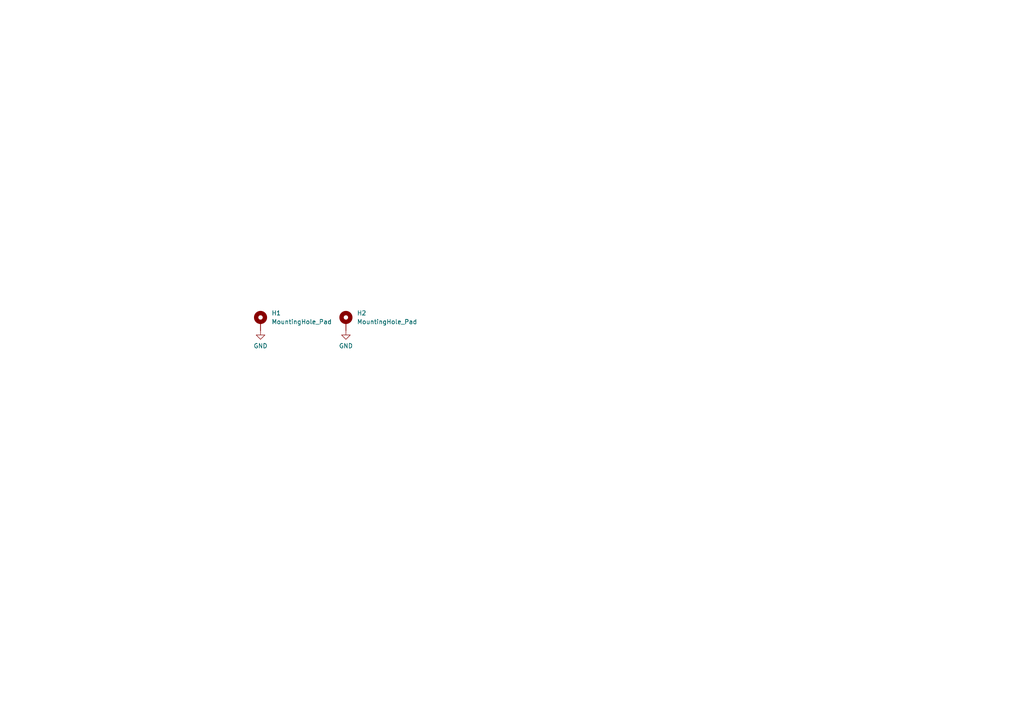
<source format=kicad_sch>
(kicad_sch (version 20230121) (generator eeschema)
  (paper "A4")
  (lib_symbols
    (symbol "Mechanical:MountingHole_Pad" (pin_numbers hide) (pin_names (offset 1.016) hide)
      (property "Reference" "H" (at 0 6.35 0))
      (property "Value" "MountingHole_Pad" (at 0 4.445 0))
      (symbol "MountingHole_Pad_0_1"
        (circle (center 0 1.27) (radius 1.27) (stroke (width 1.27)))
      )
      (symbol "MountingHole_Pad_1_1"
        (pin input line (at 0 -2.54 90) (length 2.54) (name "1") (number "1"))
      )
    )
    (symbol "power:GND" (power) (pin_names (offset 0))
      (property "Value" "GND" (at 0 -3.81 0))
      (symbol "GND_0_1"
        (polyline (pts (xy 0 0) (xy 0 -1.27) (xy 1.27 -1.27) (xy 0 -2.54) (xy -1.27 -1.27) (xy 0 -1.27)))
      )
      (symbol "GND_1_1"
        (pin power_in line (at 0 0 270) (length 0) hide (name "GND") (number "1"))
      )
    )
  )
  (symbol (lib_id "Mechanical:MountingHole_Pad") (at 75.565 93.345 0) (unit 1)
    (property "Reference" "H1" (at 78.74 90.805 0) (effects (justify left)))
    (property "Value" "MountingHole_Pad" (at 78.74 93.345 0) (effects (justify left)))
    (property "Footprint" "MountingHole:MountingHole_3.2mm_M3_Pad" (effects hide))
  )
  (symbol (lib_id "Mechanical:MountingHole_Pad") (at 100.33 93.345 0) (unit 1)
    (property "Reference" "H2" (at 103.505 90.805 0) (effects (justify left)))
    (property "Value" "MountingHole_Pad" (at 103.505 93.345 0) (effects (justify left)))
    (property "Footprint" "MountingHole:MountingHole_3.2mm_M3_Pad" (effects hide))
  )
  (symbol (lib_id "power:GND") (at 75.565 95.885 0) (unit 1)
    (property "Reference" "#PWR02" (effects hide))
    (property "Value" "GND" (at 75.565 100.33 0))
  )
  (symbol (lib_id "power:GND") (at 100.33 95.885 0) (unit 1)
    (property "Reference" "#PWR03" (effects hide))
    (property "Value" "GND" (at 100.33 100.33 0))
  )
)
</source>
